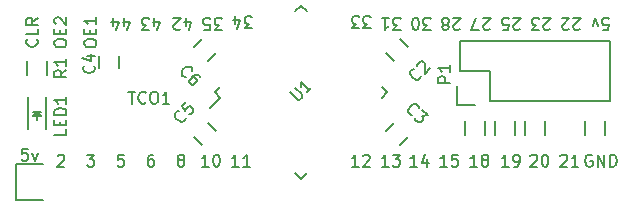
<source format=gto>
G04 #@! TF.FileFunction,Legend,Top*
%FSLAX46Y46*%
G04 Gerber Fmt 4.6, Leading zero omitted, Abs format (unit mm)*
G04 Created by KiCad (PCBNEW (2015-08-16 BZR 6097, Git b384c94)-product) date 11/18/2015 5:03:30 PM*
%MOMM*%
G01*
G04 APERTURE LIST*
%ADD10C,0.100000*%
%ADD11C,0.150000*%
G04 APERTURE END LIST*
D10*
D11*
X124872714Y-82764286D02*
X124872714Y-82097619D01*
X125110810Y-83145238D02*
X125348905Y-82430952D01*
X124729857Y-82430952D01*
X124396524Y-83002381D02*
X124348905Y-83050000D01*
X124253667Y-83097619D01*
X124015571Y-83097619D01*
X123920333Y-83050000D01*
X123872714Y-83002381D01*
X123825095Y-82907143D01*
X123825095Y-82811905D01*
X123872714Y-82669048D01*
X124444143Y-82097619D01*
X123825095Y-82097619D01*
X119665714Y-82764286D02*
X119665714Y-82097619D01*
X119903810Y-83145238D02*
X120141905Y-82430952D01*
X119522857Y-82430952D01*
X118713333Y-82764286D02*
X118713333Y-82097619D01*
X118951429Y-83145238D02*
X119189524Y-82430952D01*
X118570476Y-82430952D01*
X122205714Y-82764286D02*
X122205714Y-82097619D01*
X122443810Y-83145238D02*
X122681905Y-82430952D01*
X122062857Y-82430952D01*
X121777143Y-83097619D02*
X121158095Y-83097619D01*
X121491429Y-82716667D01*
X121348571Y-82716667D01*
X121253333Y-82669048D01*
X121205714Y-82621429D01*
X121158095Y-82526190D01*
X121158095Y-82288095D01*
X121205714Y-82192857D01*
X121253333Y-82145238D01*
X121348571Y-82097619D01*
X121634286Y-82097619D01*
X121729524Y-82145238D01*
X121777143Y-82192857D01*
X112244143Y-83907238D02*
X112291762Y-83954857D01*
X112339381Y-84097714D01*
X112339381Y-84192952D01*
X112291762Y-84335810D01*
X112196524Y-84431048D01*
X112101286Y-84478667D01*
X111910810Y-84526286D01*
X111767952Y-84526286D01*
X111577476Y-84478667D01*
X111482238Y-84431048D01*
X111387000Y-84335810D01*
X111339381Y-84192952D01*
X111339381Y-84097714D01*
X111387000Y-83954857D01*
X111434619Y-83907238D01*
X112339381Y-83002476D02*
X112339381Y-83478667D01*
X111339381Y-83478667D01*
X112339381Y-82097714D02*
X111863190Y-82431048D01*
X112339381Y-82669143D02*
X111339381Y-82669143D01*
X111339381Y-82288190D01*
X111387000Y-82192952D01*
X111434619Y-82145333D01*
X111529857Y-82097714D01*
X111672714Y-82097714D01*
X111767952Y-82145333D01*
X111815571Y-82192952D01*
X111863190Y-82288190D01*
X111863190Y-82669143D01*
X113752381Y-84335810D02*
X113752381Y-84145333D01*
X113800000Y-84050095D01*
X113895238Y-83954857D01*
X114085714Y-83907238D01*
X114419048Y-83907238D01*
X114609524Y-83954857D01*
X114704762Y-84050095D01*
X114752381Y-84145333D01*
X114752381Y-84335810D01*
X114704762Y-84431048D01*
X114609524Y-84526286D01*
X114419048Y-84573905D01*
X114085714Y-84573905D01*
X113895238Y-84526286D01*
X113800000Y-84431048D01*
X113752381Y-84335810D01*
X114228571Y-83478667D02*
X114228571Y-83145333D01*
X114752381Y-83002476D02*
X114752381Y-83478667D01*
X113752381Y-83478667D01*
X113752381Y-83002476D01*
X113847619Y-82621524D02*
X113800000Y-82573905D01*
X113752381Y-82478667D01*
X113752381Y-82240571D01*
X113800000Y-82145333D01*
X113847619Y-82097714D01*
X113942857Y-82050095D01*
X114038095Y-82050095D01*
X114180952Y-82097714D01*
X114752381Y-82669143D01*
X114752381Y-82050095D01*
X116292381Y-84335810D02*
X116292381Y-84145333D01*
X116340000Y-84050095D01*
X116435238Y-83954857D01*
X116625714Y-83907238D01*
X116959048Y-83907238D01*
X117149524Y-83954857D01*
X117244762Y-84050095D01*
X117292381Y-84145333D01*
X117292381Y-84335810D01*
X117244762Y-84431048D01*
X117149524Y-84526286D01*
X116959048Y-84573905D01*
X116625714Y-84573905D01*
X116435238Y-84526286D01*
X116340000Y-84431048D01*
X116292381Y-84335810D01*
X116768571Y-83478667D02*
X116768571Y-83145333D01*
X117292381Y-83002476D02*
X117292381Y-83478667D01*
X116292381Y-83478667D01*
X116292381Y-83002476D01*
X117292381Y-82050095D02*
X117292381Y-82621524D01*
X117292381Y-82335810D02*
X116292381Y-82335810D01*
X116435238Y-82431048D01*
X116530476Y-82526286D01*
X116578095Y-82621524D01*
X127936524Y-83097619D02*
X127317476Y-83097619D01*
X127650810Y-82716667D01*
X127507952Y-82716667D01*
X127412714Y-82669048D01*
X127365095Y-82621429D01*
X127317476Y-82526190D01*
X127317476Y-82288095D01*
X127365095Y-82192857D01*
X127412714Y-82145238D01*
X127507952Y-82097619D01*
X127793667Y-82097619D01*
X127888905Y-82145238D01*
X127936524Y-82192857D01*
X126412714Y-83097619D02*
X126888905Y-83097619D01*
X126936524Y-82621429D01*
X126888905Y-82669048D01*
X126793667Y-82716667D01*
X126555571Y-82716667D01*
X126460333Y-82669048D01*
X126412714Y-82621429D01*
X126365095Y-82526190D01*
X126365095Y-82288095D01*
X126412714Y-82192857D01*
X126460333Y-82145238D01*
X126555571Y-82097619D01*
X126793667Y-82097619D01*
X126888905Y-82145238D01*
X126936524Y-82192857D01*
X130476524Y-82970619D02*
X129857476Y-82970619D01*
X130190810Y-82589667D01*
X130047952Y-82589667D01*
X129952714Y-82542048D01*
X129905095Y-82494429D01*
X129857476Y-82399190D01*
X129857476Y-82161095D01*
X129905095Y-82065857D01*
X129952714Y-82018238D01*
X130047952Y-81970619D01*
X130333667Y-81970619D01*
X130428905Y-82018238D01*
X130476524Y-82065857D01*
X129000333Y-82637286D02*
X129000333Y-81970619D01*
X129238429Y-83018238D02*
X129476524Y-82303952D01*
X128857476Y-82303952D01*
X140509524Y-82970619D02*
X139890476Y-82970619D01*
X140223810Y-82589667D01*
X140080952Y-82589667D01*
X139985714Y-82542048D01*
X139938095Y-82494429D01*
X139890476Y-82399190D01*
X139890476Y-82161095D01*
X139938095Y-82065857D01*
X139985714Y-82018238D01*
X140080952Y-81970619D01*
X140366667Y-81970619D01*
X140461905Y-82018238D01*
X140509524Y-82065857D01*
X139557143Y-82970619D02*
X138938095Y-82970619D01*
X139271429Y-82589667D01*
X139128571Y-82589667D01*
X139033333Y-82542048D01*
X138985714Y-82494429D01*
X138938095Y-82399190D01*
X138938095Y-82161095D01*
X138985714Y-82065857D01*
X139033333Y-82018238D01*
X139128571Y-81970619D01*
X139414286Y-81970619D01*
X139509524Y-82018238D01*
X139557143Y-82065857D01*
X143049524Y-83097619D02*
X142430476Y-83097619D01*
X142763810Y-82716667D01*
X142620952Y-82716667D01*
X142525714Y-82669048D01*
X142478095Y-82621429D01*
X142430476Y-82526190D01*
X142430476Y-82288095D01*
X142478095Y-82192857D01*
X142525714Y-82145238D01*
X142620952Y-82097619D01*
X142906667Y-82097619D01*
X143001905Y-82145238D01*
X143049524Y-82192857D01*
X141478095Y-82097619D02*
X142049524Y-82097619D01*
X141763810Y-82097619D02*
X141763810Y-83097619D01*
X141859048Y-82954762D01*
X141954286Y-82859524D01*
X142049524Y-82811905D01*
X114014286Y-93781619D02*
X114061905Y-93734000D01*
X114157143Y-93686381D01*
X114395239Y-93686381D01*
X114490477Y-93734000D01*
X114538096Y-93781619D01*
X114585715Y-93876857D01*
X114585715Y-93972095D01*
X114538096Y-94114952D01*
X113966667Y-94686381D01*
X114585715Y-94686381D01*
X116506667Y-93686381D02*
X117125715Y-93686381D01*
X116792381Y-94067333D01*
X116935239Y-94067333D01*
X117030477Y-94114952D01*
X117078096Y-94162571D01*
X117125715Y-94257810D01*
X117125715Y-94495905D01*
X117078096Y-94591143D01*
X117030477Y-94638762D01*
X116935239Y-94686381D01*
X116649524Y-94686381D01*
X116554286Y-94638762D01*
X116506667Y-94591143D01*
X119618096Y-93686381D02*
X119141905Y-93686381D01*
X119094286Y-94162571D01*
X119141905Y-94114952D01*
X119237143Y-94067333D01*
X119475239Y-94067333D01*
X119570477Y-94114952D01*
X119618096Y-94162571D01*
X119665715Y-94257810D01*
X119665715Y-94495905D01*
X119618096Y-94591143D01*
X119570477Y-94638762D01*
X119475239Y-94686381D01*
X119237143Y-94686381D01*
X119141905Y-94638762D01*
X119094286Y-94591143D01*
X122110477Y-93686381D02*
X121920000Y-93686381D01*
X121824762Y-93734000D01*
X121777143Y-93781619D01*
X121681905Y-93924476D01*
X121634286Y-94114952D01*
X121634286Y-94495905D01*
X121681905Y-94591143D01*
X121729524Y-94638762D01*
X121824762Y-94686381D01*
X122015239Y-94686381D01*
X122110477Y-94638762D01*
X122158096Y-94591143D01*
X122205715Y-94495905D01*
X122205715Y-94257810D01*
X122158096Y-94162571D01*
X122110477Y-94114952D01*
X122015239Y-94067333D01*
X121824762Y-94067333D01*
X121729524Y-94114952D01*
X121681905Y-94162571D01*
X121634286Y-94257810D01*
X124364762Y-94114952D02*
X124269524Y-94067333D01*
X124221905Y-94019714D01*
X124174286Y-93924476D01*
X124174286Y-93876857D01*
X124221905Y-93781619D01*
X124269524Y-93734000D01*
X124364762Y-93686381D01*
X124555239Y-93686381D01*
X124650477Y-93734000D01*
X124698096Y-93781619D01*
X124745715Y-93876857D01*
X124745715Y-93924476D01*
X124698096Y-94019714D01*
X124650477Y-94067333D01*
X124555239Y-94114952D01*
X124364762Y-94114952D01*
X124269524Y-94162571D01*
X124221905Y-94210190D01*
X124174286Y-94305429D01*
X124174286Y-94495905D01*
X124221905Y-94591143D01*
X124269524Y-94638762D01*
X124364762Y-94686381D01*
X124555239Y-94686381D01*
X124650477Y-94638762D01*
X124698096Y-94591143D01*
X124745715Y-94495905D01*
X124745715Y-94305429D01*
X124698096Y-94210190D01*
X124650477Y-94162571D01*
X124555239Y-94114952D01*
X126809524Y-94686381D02*
X126238095Y-94686381D01*
X126523809Y-94686381D02*
X126523809Y-93686381D01*
X126428571Y-93829238D01*
X126333333Y-93924476D01*
X126238095Y-93972095D01*
X127428571Y-93686381D02*
X127523810Y-93686381D01*
X127619048Y-93734000D01*
X127666667Y-93781619D01*
X127714286Y-93876857D01*
X127761905Y-94067333D01*
X127761905Y-94305429D01*
X127714286Y-94495905D01*
X127666667Y-94591143D01*
X127619048Y-94638762D01*
X127523810Y-94686381D01*
X127428571Y-94686381D01*
X127333333Y-94638762D01*
X127285714Y-94591143D01*
X127238095Y-94495905D01*
X127190476Y-94305429D01*
X127190476Y-94067333D01*
X127238095Y-93876857D01*
X127285714Y-93781619D01*
X127333333Y-93734000D01*
X127428571Y-93686381D01*
X129349524Y-94686381D02*
X128778095Y-94686381D01*
X129063809Y-94686381D02*
X129063809Y-93686381D01*
X128968571Y-93829238D01*
X128873333Y-93924476D01*
X128778095Y-93972095D01*
X130301905Y-94686381D02*
X129730476Y-94686381D01*
X130016190Y-94686381D02*
X130016190Y-93686381D01*
X129920952Y-93829238D01*
X129825714Y-93924476D01*
X129730476Y-93972095D01*
X145589524Y-83097619D02*
X144970476Y-83097619D01*
X145303810Y-82716667D01*
X145160952Y-82716667D01*
X145065714Y-82669048D01*
X145018095Y-82621429D01*
X144970476Y-82526190D01*
X144970476Y-82288095D01*
X145018095Y-82192857D01*
X145065714Y-82145238D01*
X145160952Y-82097619D01*
X145446667Y-82097619D01*
X145541905Y-82145238D01*
X145589524Y-82192857D01*
X144351429Y-83097619D02*
X144256190Y-83097619D01*
X144160952Y-83050000D01*
X144113333Y-83002381D01*
X144065714Y-82907143D01*
X144018095Y-82716667D01*
X144018095Y-82478571D01*
X144065714Y-82288095D01*
X144113333Y-82192857D01*
X144160952Y-82145238D01*
X144256190Y-82097619D01*
X144351429Y-82097619D01*
X144446667Y-82145238D01*
X144494286Y-82192857D01*
X144541905Y-82288095D01*
X144589524Y-82478571D01*
X144589524Y-82716667D01*
X144541905Y-82907143D01*
X144494286Y-83002381D01*
X144446667Y-83050000D01*
X144351429Y-83097619D01*
X148081905Y-83002381D02*
X148034286Y-83050000D01*
X147939048Y-83097619D01*
X147700952Y-83097619D01*
X147605714Y-83050000D01*
X147558095Y-83002381D01*
X147510476Y-82907143D01*
X147510476Y-82811905D01*
X147558095Y-82669048D01*
X148129524Y-82097619D01*
X147510476Y-82097619D01*
X146939048Y-82669048D02*
X147034286Y-82716667D01*
X147081905Y-82764286D01*
X147129524Y-82859524D01*
X147129524Y-82907143D01*
X147081905Y-83002381D01*
X147034286Y-83050000D01*
X146939048Y-83097619D01*
X146748571Y-83097619D01*
X146653333Y-83050000D01*
X146605714Y-83002381D01*
X146558095Y-82907143D01*
X146558095Y-82859524D01*
X146605714Y-82764286D01*
X146653333Y-82716667D01*
X146748571Y-82669048D01*
X146939048Y-82669048D01*
X147034286Y-82621429D01*
X147081905Y-82573810D01*
X147129524Y-82478571D01*
X147129524Y-82288095D01*
X147081905Y-82192857D01*
X147034286Y-82145238D01*
X146939048Y-82097619D01*
X146748571Y-82097619D01*
X146653333Y-82145238D01*
X146605714Y-82192857D01*
X146558095Y-82288095D01*
X146558095Y-82478571D01*
X146605714Y-82573810D01*
X146653333Y-82621429D01*
X146748571Y-82669048D01*
X150621905Y-83002381D02*
X150574286Y-83050000D01*
X150479048Y-83097619D01*
X150240952Y-83097619D01*
X150145714Y-83050000D01*
X150098095Y-83002381D01*
X150050476Y-82907143D01*
X150050476Y-82811905D01*
X150098095Y-82669048D01*
X150669524Y-82097619D01*
X150050476Y-82097619D01*
X149717143Y-83097619D02*
X149050476Y-83097619D01*
X149479048Y-82097619D01*
X153161905Y-83002381D02*
X153114286Y-83050000D01*
X153019048Y-83097619D01*
X152780952Y-83097619D01*
X152685714Y-83050000D01*
X152638095Y-83002381D01*
X152590476Y-82907143D01*
X152590476Y-82811905D01*
X152638095Y-82669048D01*
X153209524Y-82097619D01*
X152590476Y-82097619D01*
X151685714Y-83097619D02*
X152161905Y-83097619D01*
X152209524Y-82621429D01*
X152161905Y-82669048D01*
X152066667Y-82716667D01*
X151828571Y-82716667D01*
X151733333Y-82669048D01*
X151685714Y-82621429D01*
X151638095Y-82526190D01*
X151638095Y-82288095D01*
X151685714Y-82192857D01*
X151733333Y-82145238D01*
X151828571Y-82097619D01*
X152066667Y-82097619D01*
X152161905Y-82145238D01*
X152209524Y-82192857D01*
X155701905Y-83002381D02*
X155654286Y-83050000D01*
X155559048Y-83097619D01*
X155320952Y-83097619D01*
X155225714Y-83050000D01*
X155178095Y-83002381D01*
X155130476Y-82907143D01*
X155130476Y-82811905D01*
X155178095Y-82669048D01*
X155749524Y-82097619D01*
X155130476Y-82097619D01*
X154797143Y-83097619D02*
X154178095Y-83097619D01*
X154511429Y-82716667D01*
X154368571Y-82716667D01*
X154273333Y-82669048D01*
X154225714Y-82621429D01*
X154178095Y-82526190D01*
X154178095Y-82288095D01*
X154225714Y-82192857D01*
X154273333Y-82145238D01*
X154368571Y-82097619D01*
X154654286Y-82097619D01*
X154749524Y-82145238D01*
X154797143Y-82192857D01*
X158241905Y-83002381D02*
X158194286Y-83050000D01*
X158099048Y-83097619D01*
X157860952Y-83097619D01*
X157765714Y-83050000D01*
X157718095Y-83002381D01*
X157670476Y-82907143D01*
X157670476Y-82811905D01*
X157718095Y-82669048D01*
X158289524Y-82097619D01*
X157670476Y-82097619D01*
X157289524Y-83002381D02*
X157241905Y-83050000D01*
X157146667Y-83097619D01*
X156908571Y-83097619D01*
X156813333Y-83050000D01*
X156765714Y-83002381D01*
X156718095Y-82907143D01*
X156718095Y-82811905D01*
X156765714Y-82669048D01*
X157337143Y-82097619D01*
X156718095Y-82097619D01*
X139509524Y-94686381D02*
X138938095Y-94686381D01*
X139223809Y-94686381D02*
X139223809Y-93686381D01*
X139128571Y-93829238D01*
X139033333Y-93924476D01*
X138938095Y-93972095D01*
X139890476Y-93781619D02*
X139938095Y-93734000D01*
X140033333Y-93686381D01*
X140271429Y-93686381D01*
X140366667Y-93734000D01*
X140414286Y-93781619D01*
X140461905Y-93876857D01*
X140461905Y-93972095D01*
X140414286Y-94114952D01*
X139842857Y-94686381D01*
X140461905Y-94686381D01*
X142049524Y-94686381D02*
X141478095Y-94686381D01*
X141763809Y-94686381D02*
X141763809Y-93686381D01*
X141668571Y-93829238D01*
X141573333Y-93924476D01*
X141478095Y-93972095D01*
X142382857Y-93686381D02*
X143001905Y-93686381D01*
X142668571Y-94067333D01*
X142811429Y-94067333D01*
X142906667Y-94114952D01*
X142954286Y-94162571D01*
X143001905Y-94257810D01*
X143001905Y-94495905D01*
X142954286Y-94591143D01*
X142906667Y-94638762D01*
X142811429Y-94686381D01*
X142525714Y-94686381D01*
X142430476Y-94638762D01*
X142382857Y-94591143D01*
X144462524Y-94686381D02*
X143891095Y-94686381D01*
X144176809Y-94686381D02*
X144176809Y-93686381D01*
X144081571Y-93829238D01*
X143986333Y-93924476D01*
X143891095Y-93972095D01*
X145319667Y-94019714D02*
X145319667Y-94686381D01*
X145081571Y-93638762D02*
X144843476Y-94353048D01*
X145462524Y-94353048D01*
X147002524Y-94686381D02*
X146431095Y-94686381D01*
X146716809Y-94686381D02*
X146716809Y-93686381D01*
X146621571Y-93829238D01*
X146526333Y-93924476D01*
X146431095Y-93972095D01*
X147907286Y-93686381D02*
X147431095Y-93686381D01*
X147383476Y-94162571D01*
X147431095Y-94114952D01*
X147526333Y-94067333D01*
X147764429Y-94067333D01*
X147859667Y-94114952D01*
X147907286Y-94162571D01*
X147954905Y-94257810D01*
X147954905Y-94495905D01*
X147907286Y-94591143D01*
X147859667Y-94638762D01*
X147764429Y-94686381D01*
X147526333Y-94686381D01*
X147431095Y-94638762D01*
X147383476Y-94591143D01*
X149542524Y-94686381D02*
X148971095Y-94686381D01*
X149256809Y-94686381D02*
X149256809Y-93686381D01*
X149161571Y-93829238D01*
X149066333Y-93924476D01*
X148971095Y-93972095D01*
X150113952Y-94114952D02*
X150018714Y-94067333D01*
X149971095Y-94019714D01*
X149923476Y-93924476D01*
X149923476Y-93876857D01*
X149971095Y-93781619D01*
X150018714Y-93734000D01*
X150113952Y-93686381D01*
X150304429Y-93686381D01*
X150399667Y-93734000D01*
X150447286Y-93781619D01*
X150494905Y-93876857D01*
X150494905Y-93924476D01*
X150447286Y-94019714D01*
X150399667Y-94067333D01*
X150304429Y-94114952D01*
X150113952Y-94114952D01*
X150018714Y-94162571D01*
X149971095Y-94210190D01*
X149923476Y-94305429D01*
X149923476Y-94495905D01*
X149971095Y-94591143D01*
X150018714Y-94638762D01*
X150113952Y-94686381D01*
X150304429Y-94686381D01*
X150399667Y-94638762D01*
X150447286Y-94591143D01*
X150494905Y-94495905D01*
X150494905Y-94305429D01*
X150447286Y-94210190D01*
X150399667Y-94162571D01*
X150304429Y-94114952D01*
X152209524Y-94686381D02*
X151638095Y-94686381D01*
X151923809Y-94686381D02*
X151923809Y-93686381D01*
X151828571Y-93829238D01*
X151733333Y-93924476D01*
X151638095Y-93972095D01*
X152685714Y-94686381D02*
X152876190Y-94686381D01*
X152971429Y-94638762D01*
X153019048Y-94591143D01*
X153114286Y-94448286D01*
X153161905Y-94257810D01*
X153161905Y-93876857D01*
X153114286Y-93781619D01*
X153066667Y-93734000D01*
X152971429Y-93686381D01*
X152780952Y-93686381D01*
X152685714Y-93734000D01*
X152638095Y-93781619D01*
X152590476Y-93876857D01*
X152590476Y-94114952D01*
X152638095Y-94210190D01*
X152685714Y-94257810D01*
X152780952Y-94305429D01*
X152971429Y-94305429D01*
X153066667Y-94257810D01*
X153114286Y-94210190D01*
X153161905Y-94114952D01*
X154051095Y-93781619D02*
X154098714Y-93734000D01*
X154193952Y-93686381D01*
X154432048Y-93686381D01*
X154527286Y-93734000D01*
X154574905Y-93781619D01*
X154622524Y-93876857D01*
X154622524Y-93972095D01*
X154574905Y-94114952D01*
X154003476Y-94686381D01*
X154622524Y-94686381D01*
X155241571Y-93686381D02*
X155336810Y-93686381D01*
X155432048Y-93734000D01*
X155479667Y-93781619D01*
X155527286Y-93876857D01*
X155574905Y-94067333D01*
X155574905Y-94305429D01*
X155527286Y-94495905D01*
X155479667Y-94591143D01*
X155432048Y-94638762D01*
X155336810Y-94686381D01*
X155241571Y-94686381D01*
X155146333Y-94638762D01*
X155098714Y-94591143D01*
X155051095Y-94495905D01*
X155003476Y-94305429D01*
X155003476Y-94067333D01*
X155051095Y-93876857D01*
X155098714Y-93781619D01*
X155146333Y-93734000D01*
X155241571Y-93686381D01*
X156591095Y-93781619D02*
X156638714Y-93734000D01*
X156733952Y-93686381D01*
X156972048Y-93686381D01*
X157067286Y-93734000D01*
X157114905Y-93781619D01*
X157162524Y-93876857D01*
X157162524Y-93972095D01*
X157114905Y-94114952D01*
X156543476Y-94686381D01*
X157162524Y-94686381D01*
X158114905Y-94686381D02*
X157543476Y-94686381D01*
X157829190Y-94686381D02*
X157829190Y-93686381D01*
X157733952Y-93829238D01*
X157638714Y-93924476D01*
X157543476Y-93972095D01*
X160162857Y-83097619D02*
X160639048Y-83097619D01*
X160686667Y-82621429D01*
X160639048Y-82669048D01*
X160543810Y-82716667D01*
X160305714Y-82716667D01*
X160210476Y-82669048D01*
X160162857Y-82621429D01*
X160115238Y-82526190D01*
X160115238Y-82288095D01*
X160162857Y-82192857D01*
X160210476Y-82145238D01*
X160305714Y-82097619D01*
X160543810Y-82097619D01*
X160639048Y-82145238D01*
X160686667Y-82192857D01*
X159781905Y-82764286D02*
X159543810Y-82097619D01*
X159305714Y-82764286D01*
X159258096Y-93734000D02*
X159162858Y-93686381D01*
X159020001Y-93686381D01*
X158877143Y-93734000D01*
X158781905Y-93829238D01*
X158734286Y-93924476D01*
X158686667Y-94114952D01*
X158686667Y-94257810D01*
X158734286Y-94448286D01*
X158781905Y-94543524D01*
X158877143Y-94638762D01*
X159020001Y-94686381D01*
X159115239Y-94686381D01*
X159258096Y-94638762D01*
X159305715Y-94591143D01*
X159305715Y-94257810D01*
X159115239Y-94257810D01*
X159734286Y-94686381D02*
X159734286Y-93686381D01*
X160305715Y-94686381D01*
X160305715Y-93686381D01*
X160781905Y-94686381D02*
X160781905Y-93686381D01*
X161020000Y-93686381D01*
X161162858Y-93734000D01*
X161258096Y-93829238D01*
X161305715Y-93924476D01*
X161353334Y-94114952D01*
X161353334Y-94257810D01*
X161305715Y-94448286D01*
X161258096Y-94543524D01*
X161162858Y-94638762D01*
X161020000Y-94686381D01*
X160781905Y-94686381D01*
X111490143Y-93178381D02*
X111013952Y-93178381D01*
X110966333Y-93654571D01*
X111013952Y-93606952D01*
X111109190Y-93559333D01*
X111347286Y-93559333D01*
X111442524Y-93606952D01*
X111490143Y-93654571D01*
X111537762Y-93749810D01*
X111537762Y-93987905D01*
X111490143Y-94083143D01*
X111442524Y-94130762D01*
X111347286Y-94178381D01*
X111109190Y-94178381D01*
X111013952Y-94130762D01*
X110966333Y-94083143D01*
X111871095Y-93511714D02*
X112109190Y-94178381D01*
X112347286Y-93511714D01*
X148082000Y-84074000D02*
X160782000Y-84074000D01*
X160782000Y-84074000D02*
X160782000Y-89154000D01*
X160782000Y-89154000D02*
X150622000Y-89154000D01*
X148082000Y-84074000D02*
X148082000Y-86614000D01*
X147802000Y-87884000D02*
X147802000Y-89434000D01*
X148082000Y-86614000D02*
X150622000Y-86614000D01*
X150622000Y-86614000D02*
X150622000Y-89154000D01*
X147802000Y-89434000D02*
X149352000Y-89434000D01*
X127301445Y-88392000D02*
X127778742Y-88869297D01*
X134620000Y-81073445D02*
X135097297Y-81550742D01*
X141938555Y-88392000D02*
X141461258Y-87914703D01*
X134620000Y-95710555D02*
X134142703Y-95233258D01*
X127301445Y-88392000D02*
X127778742Y-87914703D01*
X134620000Y-95710555D02*
X135097297Y-95233258D01*
X141938555Y-88392000D02*
X141461258Y-88869297D01*
X134620000Y-81073445D02*
X134142703Y-81550742D01*
X127778742Y-88869297D02*
X126877181Y-89770858D01*
X143702594Y-84588513D02*
X142995487Y-83881406D01*
X141793406Y-85083487D02*
X142500513Y-85790594D01*
X142500513Y-90993406D02*
X141793406Y-91700513D01*
X142995487Y-92902594D02*
X143702594Y-92195487D01*
X119214000Y-86352000D02*
X119214000Y-85352000D01*
X117514000Y-85352000D02*
X117514000Y-86352000D01*
X125537406Y-92195487D02*
X126244513Y-92902594D01*
X127446594Y-91700513D02*
X126739487Y-90993406D01*
X126739487Y-85790594D02*
X127446594Y-85083487D01*
X126244513Y-83881406D02*
X125537406Y-84588513D01*
X111393000Y-86960000D02*
X111393000Y-85760000D01*
X113143000Y-85760000D02*
X113143000Y-86960000D01*
X148477000Y-92040000D02*
X148477000Y-90840000D01*
X150227000Y-90840000D02*
X150227000Y-92040000D01*
X151017000Y-92040000D02*
X151017000Y-90840000D01*
X152767000Y-90840000D02*
X152767000Y-92040000D01*
X153557000Y-92040000D02*
X153557000Y-90840000D01*
X155307000Y-90840000D02*
X155307000Y-92040000D01*
X158637000Y-92040000D02*
X158637000Y-90840000D01*
X160387000Y-90840000D02*
X160387000Y-92040000D01*
X111518000Y-88824000D02*
X111518000Y-91524000D01*
X113018000Y-88824000D02*
X113018000Y-91524000D01*
X112118000Y-90324000D02*
X112368000Y-90324000D01*
X112368000Y-90324000D02*
X112218000Y-90174000D01*
X112618000Y-90074000D02*
X111918000Y-90074000D01*
X112268000Y-90424000D02*
X112268000Y-90774000D01*
X112268000Y-90074000D02*
X112618000Y-90424000D01*
X112618000Y-90424000D02*
X111918000Y-90424000D01*
X111918000Y-90424000D02*
X112268000Y-90074000D01*
X112776000Y-97536000D02*
X110490000Y-97536000D01*
X110490000Y-97536000D02*
X110490000Y-94488000D01*
X110490000Y-94488000D02*
X112776000Y-94488000D01*
X147264381Y-87606095D02*
X146264381Y-87606095D01*
X146264381Y-87225142D01*
X146312000Y-87129904D01*
X146359619Y-87082285D01*
X146454857Y-87034666D01*
X146597714Y-87034666D01*
X146692952Y-87082285D01*
X146740571Y-87129904D01*
X146788190Y-87225142D01*
X146788190Y-87606095D01*
X147264381Y-86082285D02*
X147264381Y-86653714D01*
X147264381Y-86368000D02*
X146264381Y-86368000D01*
X146407238Y-86463238D01*
X146502476Y-86558476D01*
X146550095Y-86653714D01*
X133694027Y-88416522D02*
X134266447Y-88988942D01*
X134367462Y-89022614D01*
X134434805Y-89022614D01*
X134535820Y-88988942D01*
X134670508Y-88854254D01*
X134704180Y-88753239D01*
X134704180Y-88685896D01*
X134670508Y-88584881D01*
X134098088Y-88012461D01*
X135512302Y-88012461D02*
X135108240Y-88416522D01*
X135310271Y-88214492D02*
X134603164Y-87507385D01*
X134636836Y-87675744D01*
X134636836Y-87810430D01*
X134603164Y-87911446D01*
X144787688Y-86984388D02*
X144787688Y-87051731D01*
X144720344Y-87186418D01*
X144653001Y-87253762D01*
X144518313Y-87321106D01*
X144383626Y-87321106D01*
X144282611Y-87287434D01*
X144114253Y-87186419D01*
X144013237Y-87085403D01*
X143912222Y-86917044D01*
X143878550Y-86816029D01*
X143878550Y-86681342D01*
X143945894Y-86546655D01*
X144013237Y-86479311D01*
X144147924Y-86411968D01*
X144215268Y-86411968D01*
X144484641Y-86142594D02*
X144484641Y-86075251D01*
X144518313Y-85974236D01*
X144686672Y-85805876D01*
X144787688Y-85772205D01*
X144855031Y-85772205D01*
X144956046Y-85805876D01*
X145023390Y-85873220D01*
X145090733Y-86007907D01*
X145090733Y-86816029D01*
X145528466Y-86378296D01*
X144028611Y-90304688D02*
X143961268Y-90304688D01*
X143826581Y-90237344D01*
X143759237Y-90170001D01*
X143691893Y-90035313D01*
X143691893Y-89900626D01*
X143725565Y-89799611D01*
X143826580Y-89631253D01*
X143927596Y-89530237D01*
X144095955Y-89429222D01*
X144196970Y-89395550D01*
X144331657Y-89395550D01*
X144466344Y-89462894D01*
X144533688Y-89530237D01*
X144601031Y-89664924D01*
X144601031Y-89732268D01*
X144904076Y-89900626D02*
X145341810Y-90338359D01*
X144836733Y-90372030D01*
X144937749Y-90473046D01*
X144971421Y-90574061D01*
X144971421Y-90641405D01*
X144937748Y-90742421D01*
X144769390Y-90910779D01*
X144668374Y-90944451D01*
X144601031Y-90944451D01*
X144500016Y-90910779D01*
X144297985Y-90708748D01*
X144264313Y-90607733D01*
X144264313Y-90540390D01*
X117070143Y-86145666D02*
X117117762Y-86193285D01*
X117165381Y-86336142D01*
X117165381Y-86431380D01*
X117117762Y-86574238D01*
X117022524Y-86669476D01*
X116927286Y-86717095D01*
X116736810Y-86764714D01*
X116593952Y-86764714D01*
X116403476Y-86717095D01*
X116308238Y-86669476D01*
X116213000Y-86574238D01*
X116165381Y-86431380D01*
X116165381Y-86336142D01*
X116213000Y-86193285D01*
X116260619Y-86145666D01*
X116498714Y-85288523D02*
X117165381Y-85288523D01*
X116117762Y-85526619D02*
X116832048Y-85764714D01*
X116832048Y-85145666D01*
X124848688Y-90540389D02*
X124848688Y-90607732D01*
X124781344Y-90742419D01*
X124714001Y-90809763D01*
X124579313Y-90877107D01*
X124444626Y-90877107D01*
X124343611Y-90843435D01*
X124175253Y-90742420D01*
X124074237Y-90641404D01*
X123973222Y-90473045D01*
X123939550Y-90372030D01*
X123939550Y-90237343D01*
X124006894Y-90102656D01*
X124074237Y-90035312D01*
X124208924Y-89967969D01*
X124276268Y-89967969D01*
X124848688Y-89260862D02*
X124511970Y-89597580D01*
X124815015Y-89967969D01*
X124815015Y-89900626D01*
X124848687Y-89799610D01*
X125017046Y-89631251D01*
X125118061Y-89597579D01*
X125185405Y-89597579D01*
X125286421Y-89631252D01*
X125454779Y-89799610D01*
X125488451Y-89900626D01*
X125488451Y-89967969D01*
X125454779Y-90068984D01*
X125286420Y-90237343D01*
X125185405Y-90271015D01*
X125118061Y-90271015D01*
X124851611Y-87129688D02*
X124784268Y-87129688D01*
X124649581Y-87062344D01*
X124582237Y-86995001D01*
X124514893Y-86860313D01*
X124514893Y-86725626D01*
X124548565Y-86624611D01*
X124649580Y-86456253D01*
X124750596Y-86355237D01*
X124918955Y-86254222D01*
X125019970Y-86220550D01*
X125154657Y-86220550D01*
X125289344Y-86287894D01*
X125356688Y-86355237D01*
X125424031Y-86489924D01*
X125424031Y-86557268D01*
X126097466Y-87096016D02*
X125962778Y-86961328D01*
X125861763Y-86927657D01*
X125794420Y-86927657D01*
X125626061Y-86961328D01*
X125457703Y-87062343D01*
X125188328Y-87331718D01*
X125154657Y-87432733D01*
X125154657Y-87500076D01*
X125188328Y-87601092D01*
X125323016Y-87735779D01*
X125424031Y-87769451D01*
X125491374Y-87769451D01*
X125592390Y-87735779D01*
X125760748Y-87567421D01*
X125794421Y-87466405D01*
X125794421Y-87399061D01*
X125760749Y-87298046D01*
X125626061Y-87163359D01*
X125525046Y-87129687D01*
X125457703Y-87129687D01*
X125356687Y-87163359D01*
X114752381Y-86526666D02*
X114276190Y-86860000D01*
X114752381Y-87098095D02*
X113752381Y-87098095D01*
X113752381Y-86717142D01*
X113800000Y-86621904D01*
X113847619Y-86574285D01*
X113942857Y-86526666D01*
X114085714Y-86526666D01*
X114180952Y-86574285D01*
X114228571Y-86621904D01*
X114276190Y-86717142D01*
X114276190Y-87098095D01*
X114752381Y-85574285D02*
X114752381Y-86145714D01*
X114752381Y-85860000D02*
X113752381Y-85860000D01*
X113895238Y-85955238D01*
X113990476Y-86050476D01*
X114038095Y-86145714D01*
X114752381Y-91543047D02*
X114752381Y-92019238D01*
X113752381Y-92019238D01*
X114228571Y-91209714D02*
X114228571Y-90876380D01*
X114752381Y-90733523D02*
X114752381Y-91209714D01*
X113752381Y-91209714D01*
X113752381Y-90733523D01*
X114752381Y-90304952D02*
X113752381Y-90304952D01*
X113752381Y-90066857D01*
X113800000Y-89923999D01*
X113895238Y-89828761D01*
X113990476Y-89781142D01*
X114180952Y-89733523D01*
X114323810Y-89733523D01*
X114514286Y-89781142D01*
X114609524Y-89828761D01*
X114704762Y-89923999D01*
X114752381Y-90066857D01*
X114752381Y-90304952D01*
X114752381Y-88781142D02*
X114752381Y-89352571D01*
X114752381Y-89066857D02*
X113752381Y-89066857D01*
X113895238Y-89162095D01*
X113990476Y-89257333D01*
X114038095Y-89352571D01*
X120007286Y-88352381D02*
X120578715Y-88352381D01*
X120293000Y-89352381D02*
X120293000Y-88352381D01*
X121483477Y-89257143D02*
X121435858Y-89304762D01*
X121293001Y-89352381D01*
X121197763Y-89352381D01*
X121054905Y-89304762D01*
X120959667Y-89209524D01*
X120912048Y-89114286D01*
X120864429Y-88923810D01*
X120864429Y-88780952D01*
X120912048Y-88590476D01*
X120959667Y-88495238D01*
X121054905Y-88400000D01*
X121197763Y-88352381D01*
X121293001Y-88352381D01*
X121435858Y-88400000D01*
X121483477Y-88447619D01*
X122102524Y-88352381D02*
X122293001Y-88352381D01*
X122388239Y-88400000D01*
X122483477Y-88495238D01*
X122531096Y-88685714D01*
X122531096Y-89019048D01*
X122483477Y-89209524D01*
X122388239Y-89304762D01*
X122293001Y-89352381D01*
X122102524Y-89352381D01*
X122007286Y-89304762D01*
X121912048Y-89209524D01*
X121864429Y-89019048D01*
X121864429Y-88685714D01*
X121912048Y-88495238D01*
X122007286Y-88400000D01*
X122102524Y-88352381D01*
X123483477Y-89352381D02*
X122912048Y-89352381D01*
X123197762Y-89352381D02*
X123197762Y-88352381D01*
X123102524Y-88495238D01*
X123007286Y-88590476D01*
X122912048Y-88638095D01*
M02*

</source>
